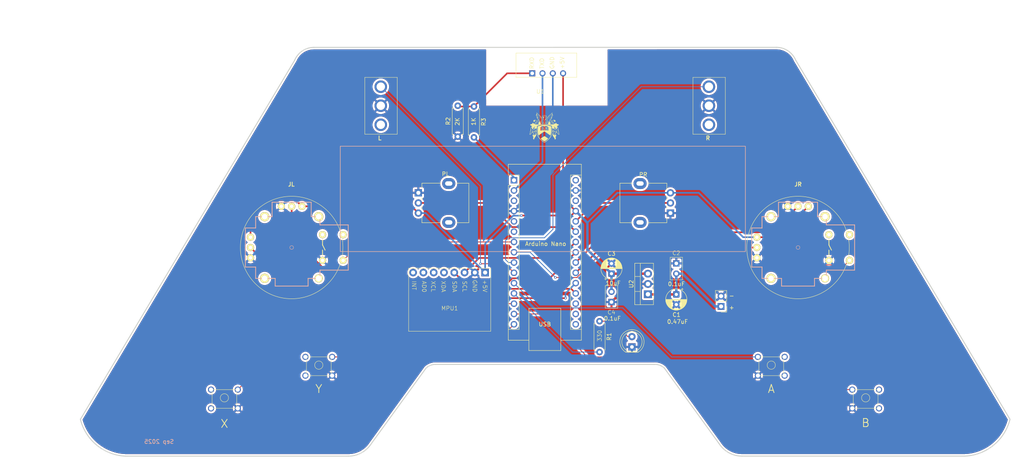
<source format=kicad_pcb>
(kicad_pcb (version 20241229) (generator "pcbnew") (generator_version "9.0")
  (layers (0 "F.Cu" signal "Front") (2 "B.Cu" signal "Back") (13 "F.Paste" user) (15 "B.Paste" user) (5 "F.SilkS" user "F.Silkscreen") (7 "B.SilkS" user "B.Silkscreen") (1 "F.Mask" user) (3 "B.Mask" user) (25 "Edge.Cuts" user))
  (net 0 "")
  (net 1 "Net-(A1-A7)")
  (net 2 "Net-(A1-A4)")
  (net 3 "Net-(A1-D1{slash}TX)")
  (net 4 "Net-(A1-A6)")
  (net 5 "Net-(A1-D8)")
  (net 6 "Net-(A1-A3)")
  (net 7 "Net-(A1-D9)")
  (net 9 "Net-(A1-D7)")
  (net 10 "Net-(A1-D5)")
  (net 14 "+5V")
  (net 16 "Net-(A1-D12)")
  (net 17 "Net-(A1-D4)")
  (net 18 "Net-(A1-D6)")
  (net 19 "Net-(A1-A0)")
  (net 20 "Net-(A1-A1)")
  (net 21 "Net-(A1-D10)")
  (net 24 "Net-(A1-A2)")
  (net 25 "Net-(A1-D11)")
  (net 26 "Net-(A1-D0{slash}RX)")
  (net 28 "Net-(A1-A5)")
  (net 31 "GND")
  (net 34 "Net-(U1-RXD)")
  (net 49 "VCC")
  (net 50 "Net-(D1-A)")
  (footprint "Potentiometer_THT:Potentiometer_Alpha_RD901F-40-00D_Single_Vertical" (layer "F.Cu") (at 165.275 106.5)
    (property "Reference" "PL" (at 6.71 -4.64 180) (layer "F.SilkS"))
    (property "Value" "R_Potentiometer")
    (pad "" thru_hole oval (at 7.5 -2.3 90) (size 2.72 3.24) (drill oval 1.1 1.8) (layers "*.Cu" "*.Mask"))
    (pad "" thru_hole oval (at 7.5 7.3 90) (size 2.72 3.24) (drill oval 1.1 1.8) (layers "*.Cu" "*.Mask"))
    (pad "1" thru_hole rect (at 0 0 90) (size 1.8 1.8) (drill 1) (layers "*.Cu" "*.Mask") (net 31 "GND"))
    (pad "2" thru_hole circle (at 0 2.5 90) (size 1.8 1.8) (drill 1) (layers "*.Cu" "*.Mask") (net 4 "Net-(A1-A6)"))
    (pad "3" thru_hole circle (at 0 5 90) (size 1.8 1.8) (drill 1) (layers "*.Cu" "*.Mask") (net 14 "+5V"))
  )
  (footprint "Resistor_THT:R_Axial_DIN0207_L6.3mm_D2.5mm_P7.62mm_Horizontal" (layer "F.Cu") (at 175 92.62 90)
    (property "Reference" "R2" (at 3.81 -2.37 90) (layer "F.SilkS"))
    (property "Value" "2K")
    (pad "1" thru_hole circle (at 0 0 90) (size 1.6 1.6) (drill 0.8) (layers "*.Cu" "*.Mask") (net 31 "GND"))
    (pad "2" thru_hole circle (at 7.62 0 90) (size 1.6 1.6) (drill 0.8) (layers "*.Cu" "*.Mask") (net 34 "Net-(U1-RXD)"))
  )
  (footprint "Resistor_THT:R_Axial_DIN0207_L6.3mm_D2.5mm_P7.62mm_Horizontal" (layer "F.Cu") (at 179 85.19 -90)
    (property "Reference" "R3" (at 3.81 -2.37 90) (layer "F.SilkS"))
    (property "Value" "1K")
    (pad "1" thru_hole circle (at 0 0 270) (size 1.6 1.6) (drill 0.8) (layers "*.Cu" "*.Mask") (net 34 "Net-(U1-RXD)"))
    (pad "2" thru_hole circle (at 7.62 0 270) (size 1.6 1.6) (drill 0.8) (layers "*.Cu" "*.Mask") (net 3 "Net-(A1-D1{slash}TX)"))
  )
  (footprint "Connector_PinHeader_2.54mm:PinHeader_1x02_P2.54mm_Vertical" (layer "F.Cu") (at 240 134.54 180)
    (property "Reference" "J1" (hide yes))
    (property "Value" "Conn_01x02_Pin")
    (pad "1" thru_hole rect (at 0 0 180) (size 1.7 1.7) (drill 1) (layers "*.Cu" "*.Mask") (net 49 "VCC"))
    (pad "2" thru_hole circle (at 0 2.54 180) (size 1.7 1.7) (drill 1) (layers "*.Cu" "*.Mask") (net 31 "GND"))
  )
  (footprint "footprints:MPU6050" (layer "F.Cu") (at 172.869075 144.679 180)
    (property "Reference" "MPU1" (at -0.130925 9.679 0) (layer "F.SilkS") (effects (font (thickness 0.1))))
    (property "Value" "~")
    (fp_text user "XCL" (at 4.5 16.5 270) (layer "F.SilkS") (effects (font (thickness 0.1)) (justify left bottom)))
    (fp_text user "XDA" (at 2 16.5 270) (layer "F.SilkS") (effects (font (thickness 0.1)) (justify left bottom)))
    (fp_text user "GND" (at -5.75 16.75 270) (layer "F.SilkS") (effects (font (thickness 0.1)) (justify left bottom)))
    (fp_text user "SCL" (at -3.25 16.5 270) (layer "F.SilkS") (effects (font (thickness 0.1)) (justify left bottom)))
    (fp_text user "+5V" (at -8.25 16.75 270) (layer "F.SilkS") (effects (font (thickness 0.1)) (justify left bottom)))
    (fp_text user "AD0" (at 6.75 16.5 270) (layer "F.SilkS") (effects (font (thickness 0.1)) (justify left bottom)))
    (fp_text user "INT" (at 9.25 16.5 270) (layer "F.SilkS") (effects (font (thickness 0.1)) (justify left bottom)))
    (fp_text user "SDA" (at -0.75 16.5 270) (layer "F.SilkS") (effects (font (thickness 0.1)) (justify left bottom)))
    (pad "1" thru_hole rect (at -8.89 18.5 180) (size 1.88 1.88) (drill 1.016) (layers "*.Cu" "*.Mask") (net 14 "+5V"))
    (pad "2" thru_hole circle (at -6.35 18.5 180) (size 1.88 1.88) (drill 1.016) (layers "*.Cu" "*.Mask") (net 31 "GND"))
    (pad "3" thru_hole circle (at -3.81 18.5 180) (size 1.88 1.88) (drill 1.016) (layers "*.Cu" "*.Mask") (net 28 "Net-(A1-A5)"))
    (pad "4" thru_hole circle (at -1.27 18.5 180) (size 1.88 1.88) (drill 1.016) (layers "*.Cu" "*.Mask") (net 2 "Net-(A1-A4)"))
    (pad "5" thru_hole circle (at 1.27 18.5 180) (size 1.88 1.88) (drill 1.016) (layers "*.Cu" "*.Mask"))
    (pad "6" thru_hole circle (at 3.81 18.5 180) (size 1.88 1.88) (drill 1.016) (layers "*.Cu" "*.Mask"))
    (pad "7" thru_hole circle (at 6.35 18.5 180) (size 1.88 1.88) (drill 1.016) (layers "*.Cu" "*.Mask"))
    (pad "8" thru_hole circle (at 8.89 18.5 180) (size 1.88 1.88) (drill 1.016) (layers "*.Cu" "*.Mask"))
  )
  (footprint "Capacitor_THT:CP_Radial_D5.0mm_P2.50mm" (layer "F.Cu") (at 212.95 126.46 90)
    (property "Reference" "C3" (at 4.96 0 180) (layer "F.SilkS"))
    (property "Value" "10uF")
    (pad "1" thru_hole roundrect (at 0 0 90) (size 1.6 1.6) (drill 0.8) (layers "*.Cu" "*.Mask") (roundrect_rratio 0.15625) (net 14 "+5V"))
    (pad "2" thru_hole circle (at 2.5 0 90) (size 1.6 1.6) (drill 0.8) (layers "*.Cu" "*.Mask") (net 31 "GND"))
  )
  (footprint "Resistor_THT:R_Axial_DIN0207_L6.3mm_D2.5mm_P7.62mm_Horizontal" (layer "F.Cu") (at 210 138.19 -90)
    (property "Reference" "R1" (at 3.81 -2.37 90) (layer "F.SilkS"))
    (property "Value" "330")
    (pad "1" thru_hole circle (at 0 0 270) (size 1.6 1.6) (drill 0.8) (layers "*.Cu" "*.Mask") (net 50 "Net-(D1-A)"))
    (pad "2" thru_hole circle (at 7.62 0 270) (size 1.6 1.6) (drill 0.8) (layers "*.Cu" "*.Mask") (net 7 "Net-(A1-D9)"))
  )
  (footprint "drone_pcb_footprints:HC-05" (layer "F.Cu") (at 195.38 82)
    (property "Reference" "U1" (at 0 -0.5 0) (layer "F.SilkS") (effects (font (thickness 0.1))))
    (property "Value" "HC-05")
    (fp_text user "RXD" (at -1.5 -6 90) (layer "F.SilkS") (effects (font (thickness 0.1)) (justify left bottom)))
    (fp_text user "TXD" (at 1 -6 90) (layer "F.SilkS") (effects (font (thickness 0.1)) (justify left bottom)))
    (fp_text user "+5V" (at 6 -6 90) (layer "F.SilkS") (effects (font (thickness 0.1)) (justify left bottom)))
    (fp_text user "GND" (at 3.5 -6 90) (layer "F.SilkS") (effects (font (thickness 0.1)) (justify left bottom)))
    (pad "1" thru_hole rect (at -2 -5) (size 1.5 1.5) (drill 0.9) (layers "*.Cu" "*.Mask") (net 34 "Net-(U1-RXD)"))
    (pad "2" thru_hole circle (at 0.54 -5) (size 1.5 1.5) (drill 0.9) (layers "*.Cu" "*.Mask") (net 26 "Net-(A1-D0{slash}RX)"))
    (pad "3" thru_hole circle (at 3.08 -5) (size 1.5 1.5) (drill 0.9) (layers "*.Cu" "*.Mask") (net 31 "GND"))
    (pad "4" thru_hole circle (at 5.62 -5) (size 1.5 1.5) (drill 0.9) (layers "*.Cu" "*.Mask") (net 14 "+5V"))
  )
  (footprint "footprints:BTN" (layer "F.Cu") (at 275.691 150)
    (property "Reference" "B" (at 0 13.3 0) (layer "F.SilkS") (effects (font (size 2 2) (thickness 0.2) (bold yes))))
    (property "Value" "SW_Push_Dual" (hide yes))
    (pad "1" thru_hole circle (at -3.302 5.08) (size 1.524 1.524) (drill 1) (layers "*.Cu" "*.Mask") (net 25 "Net-(A1-D11)"))
    (pad "2" thru_hole circle (at 3.302 5.08) (size 1.524 1.524) (drill 1) (layers "*.Cu" "*.Mask"))
    (pad "3" thru_hole circle (at -3.3 9.7) (size 1.524 1.524) (drill 1) (layers "*.Cu" "*.Mask") (net 31 "GND"))
    (pad "4" thru_hole circle (at 3.3 9.7) (size 1.524 1.524) (drill 1) (layers "*.Cu" "*.Mask"))
  )
  (footprint "Module:Arduino_Nano" (layer "F.Cu") (at 188.88 103.385808)
    (property "Reference" "Arduino Nano" (at 7.82 15.714192 0) (layer "F.SilkS"))
    (property "Value" "Arduino_Nano_v3.x")
    (fp_text user "USB" (at 7.62 35.56 0) (layer "F.SilkS"))
    (pad "1" thru_hole rect (at 0 0) (size 1.6 1.6) (drill 1) (layers "*.Cu" "*.Mask") (net 3 "Net-(A1-D1{slash}TX)"))
    (pad "2" thru_hole oval (at 0 2.54) (size 1.6 1.6) (drill 1) (layers "*.Cu" "*.Mask") (net 26 "Net-(A1-D0{slash}RX)"))
    (pad "3" thru_hole oval (at 0 5.08) (size 1.6 1.6) (drill 1) (layers "*.Cu" "*.Mask"))
    (pad "4" thru_hole oval (at 0 7.62) (size 1.6 1.6) (drill 1) (layers "*.Cu" "*.Mask") (net 31 "GND"))
    (pad "5" thru_hole oval (at 0 10.16) (size 1.6 1.6) (drill 1) (layers "*.Cu" "*.Mask"))
    (pad "6" thru_hole oval (at 0 12.7) (size 1.6 1.6) (drill 1) (layers "*.Cu" "*.Mask"))
    (pad "7" thru_hole oval (at 0 15.24) (size 1.6 1.6) (drill 1) (layers "*.Cu" "*.Mask") (net 17 "Net-(A1-D4)"))
    (pad "8" thru_hole oval (at 0 17.78) (size 1.6 1.6) (drill 1) (layers "*.Cu" "*.Mask") (net 10 "Net-(A1-D5)"))
    (pad "9" thru_hole oval (at 0 20.32) (size 1.6 1.6) (drill 1) (layers "*.Cu" "*.Mask") (net 18 "Net-(A1-D6)"))
    (pad "10" thru_hole oval (at 0 22.86) (size 1.6 1.6) (drill 1) (layers "*.Cu" "*.Mask") (net 9 "Net-(A1-D7)"))
    (pad "11" thru_hole oval (at 0 25.4) (size 1.6 1.6) (drill 1) (layers "*.Cu" "*.Mask") (net 5 "Net-(A1-D8)"))
    (pad "12" thru_hole oval (at 0 27.94) (size 1.6 1.6) (drill 1) (layers "*.Cu" "*.Mask") (net 7 "Net-(A1-D9)"))
    (pad "13" thru_hole oval (at 0 30.48) (size 1.6 1.6) (drill 1) (layers "*.Cu" "*.Mask") (net 21 "Net-(A1-D10)"))
    (pad "14" thru_hole oval (at 0 33.02) (size 1.6 1.6) (drill 1) (layers "*.Cu" "*.Mask") (net 25 "Net-(A1-D11)"))
    (pad "15" thru_hole oval (at 0 35.56) (size 1.6 1.6) (drill 1) (layers "*.Cu" "*.Mask") (net 16 "Net-(A1-D12)"))
    (pad "16" thru_hole oval (at 15.24 35.56) (size 1.6 1.6) (drill 1) (layers "*.Cu" "*.Mask"))
    (pad "17" thru_hole oval (at 15.24 33.02) (size 1.6 1.6) (drill 1) (layers "*.Cu" "*.Mask"))
    (pad "18" thru_hole oval (at 15.24 30.48) (size 1.6 1.6) (drill 1) (layers "*.Cu" "*.Mask"))
    (pad "19" thru_hole oval (at 15.24 27.94) (size 1.6 1.6) (drill 1) (layers "*.Cu" "*.Mask") (net 19 "Net-(A1-A0)"))
    (pad "20" thru_hole oval (at 15.24 25.4) (size 1.6 1.6) (drill 1) (layers "*.Cu" "*.Mask") (net 20 "Net-(A1-A1)"))
    (pad "21" thru_hole oval (at 15.24 22.86) (size 1.6 1.6) (drill 1) (layers "*.Cu" "*.Mask") (net 24 "Net-(A1-A2)"))
    (pad "22" thru_hole oval (at 15.24 20.32) (size 1.6 1.6) (drill 1) (layers "*.Cu" "*.Mask") (net 6 "Net-(A1-A3)"))
    (pad "23" thru_hole oval (at 15.24 17.78) (size 1.6 1.6) (drill 1) (layers "*.Cu" "*.Mask") (net 2 "Net-(A1-A4)"))
    (pad "24" thru_hole oval (at 15.24 15.24) (size 1.6 1.6) (drill 1) (layers "*.Cu" "*.Mask") (net 28 "Net-(A1-A5)"))
    (pad "25" thru_hole oval (at 15.24 12.7) (size 1.6 1.6) (drill 1) (layers "*.Cu" "*.Mask") (net 4 "Net-(A1-A6)"))
    (pad "26" thru_hole oval (at 15.24 10.16) (size 1.6 1.6) (drill 1) (layers "*.Cu" "*.Mask") (net 1 "Net-(A1-A7)"))
    (pad "27" thru_hole oval (at 15.24 7.62) (size 1.6 1.6) (drill 1) (layers "*.Cu" "*.Mask") (net 14 "+5V"))
    (pad "28" thru_hole oval (at 15.24 5.08) (size 1.6 1.6) (drill 1) (layers "*.Cu" "*.Mask"))
    (pad "29" thru_hole oval (at 15.24 2.54) (size 1.6 1.6) (drill 1) (layers "*.Cu" "*.Mask") (net 31 "GND"))
    (pad "30" thru_hole oval (at 15.24 0) (size 1.6 1.6) (drill 1) (layers "*.Cu" "*.Mask"))
  )
  (footprint "footprints:JOYSTICK" (layer "F.Cu") (at 259 120 -90)
    (property "Reference" "Joystick2" (hide yes))
    (property "Value" "~" (hide yes))
    (pad "1" thru_hole circle (at -2.54 10.16 270) (size 1.778 1.778) (drill 0.889) (layers "*.Cu" "F.Mask" "F.SilkS" "F.Paste") (net 14 "+5V"))
    (pad "2" thru_hole circle (at 0 10.16 270) (size 1.778 1.778) (drill 0.889) (layers "*.Cu" "F.Mask" "F.SilkS" "F.Paste") (net 24 "Net-(A1-A2)"))
    (pad "3" thru_hole circle (at 2.54 10.16 270) (size 1.778 1.778) (drill 0.889) (layers "*.Cu" "F.Mask" "F.SilkS" "F.Paste") (net 31 "GND"))
    (pad "4" thru_hole circle (at -10.16 -2.54 270) (size 1.778 1.778) (drill 0.889) (layers "*.Cu" "F.Mask" "F.SilkS" "F.Paste") (net 14 "+5V"))
    (pad "5" thru_hole circle (at -10.16 0 270) (size 1.778 1.778) (drill 0.889) (layers "*.Cu" "F.Mask" "F.SilkS" "F.Paste") (net 6 "Net-(A1-A3)"))
    (pad "6" thru_hole circle (at -10.16 2.54 270) (size 1.778 1.778) (drill 0.889) (layers "*.Cu" "F.Mask" "F.SilkS" "F.Paste") (net 31 "GND"))
    (pad "7" thru_hole circle (at -3.175 -7.62 270) (size 1.778 1.778) (drill 0.89916) (layers "*.Cu" "F.Mask" "F.SilkS" "F.Paste"))
    (pad "8" thru_hole circle (at 3.175 -7.62 270) (size 1.778 1.778) (drill 0.89916) (layers "*.Cu" "F.Mask" "F.SilkS" "F.Paste") (net 31 "GND"))
    (pad "9" thru_hole circle (at 3.175 -12.7 270) (size 1.778 1.778) (drill 0.89916) (layers "*.Cu" "F.Mask" "F.SilkS" "F.Paste") (net 10 "Net-(A1-D5)"))
    (pad "10" thru_hole circle (at -3.175 -12.7 270) (size 1.778 1.778) (drill 0.89916) (layers "*.Cu" "F.Mask" "F.SilkS" "F.Paste"))
    (pad "MOUN" thru_hole circle (at -7.62 -6.6675 270) (size 2.286 2.286) (drill 1.397) (layers "*.Cu" "F.Mask" "F.SilkS" "F.Paste"))
    (pad "MOUN" thru_hole circle (at -7.62 6.6675 270) (size 2.286 2.286) (drill 1.397) (layers "*.Cu" "F.Mask" "F.SilkS" "F.Paste"))
    (pad "MOUN" thru_hole circle (at 7.62 -6.6675 270) (size 2 2) (drill 1.397) (layers "*.Cu" "F.Mask" "F.SilkS" "F.Paste"))
    (pad "MOUN" thru_hole circle (at 7.62 6.6675 270) (size 2.286 2.286) (drill 1.397) (layers "*.Cu" "F.Mask" "F.SilkS" "F.Paste"))
  )
  (footprint "footprints:JOYSTICK" (layer "F.Cu") (at 134 120 -90)
    (property "Reference" "Joystick1" (hide yes))
    (property "Value" "~" (hide yes))
    (pad "1" thru_hole circle (at -2.54 10.16 270) (size 1.778 1.778) (drill 0.889) (layers "*.Cu" "F.Mask" "F.SilkS" "F.Paste") (net 14 "+5V"))
    (pad "2" thru_hole circle (at 0 10.16 270) (size 1.778 1.778) (drill 0.889) (layers "*.Cu" "F.Mask" "F.SilkS" "F.Paste") (net 20 "Net-(A1-A1)"))
    (pad "3" thru_hole circle (at 2.54 10.16 270) (size 1.778 1.778) (drill 0.889) (layers "*.Cu" "F.Mask" "F.SilkS" "F.Paste") (net 31 "GND"))
    (pad "4" thru_hole circle (at -10.16 -2.54 270) (size 1.778 1.778) (drill 0.889) (layers "*.Cu" "F.Mask" "F.SilkS" "F.Paste") (net 14 "+5V"))
    (pad "5" thru_hole circle (at -10.16 0 270) (size 1.778 1.778) (drill 0.889) (layers "*.Cu" "F.Mask" "F.SilkS" "F.Paste") (net 19 "Net-(A1-A0)"))
    (pad "6" thru_hole circle (at -10.16 2.54 270) (size 1.778 1.778) (drill 0.889) (layers "*.Cu" "F.Mask" "F.SilkS" "F.Paste") (net 31 "GND"))
    (pad "7" thru_hole circle (at -3.175 -7.62 270) (size 1.778 1.778) (drill 0.89916) (layers "*.Cu" "F.Mask" "F.SilkS" "F.Paste"))
    (pad "8" thru_hole circle (at 3.175 -7.62 270) (size 1.778 1.778) (drill 0.89916) (layers "*.Cu" "F.Mask" "F.SilkS" "F.Paste") (net 31 "GND"))
    (pad "9" thru_hole circle (at 3.175 -12.7 270) (size 1.778 1.778) (drill 0.89916) (layers "*.Cu" "F.Mask" "F.SilkS" "F.Paste") (net 17 "Net-(A1-D4)"))
    (pad "10" thru_hole circle (at -3.175 -12.7 270) (size 1.778 1.778) (drill 0.89916) (layers "*.Cu" "F.Mask" "F.SilkS" "F.Paste"))
    (pad "MOUN" thru_hole circle (at -7.62 -6.6675 270) (size 2.286 2.286) (drill 1.397) (layers "*.Cu" "F.Mask" "F.SilkS" "F.Paste"))
    (pad "MOUN" thru_hole circle (at -7.62 6.6675 270) (size 2.286 2.286) (drill 1.397) (layers "*.Cu" "F.Mask" "F.SilkS" "F.Paste"))
    (pad "MOUN" thru_hole circle (at 7.62 -6.6675 270) (size 2 2) (drill 1.397) (layers "*.Cu" "F.Mask" "F.SilkS" "F.Paste"))
    (pad "MOUN" thru_hole circle (at 7.62 6.6675 270) (size 2.286 2.286) (drill 1.397) (layers "*.Cu" "F.Mask" "F.SilkS" "F.Paste"))
  )
  (footprint "LOGO" (layer "F.Cu") (at 196.4 90.4)
    (property "Reference" "G***" (hide yes))
    (property "Value" "LOGO" (hide yes))
  )
  (footprint "footprints:BTN" (layer "F.Cu") (at 117.398 150)
    (property "Reference" "X" (at 0 13.5 0) (layer "F.SilkS") (effects (font (size 2 2) (thickness 0.2) (bold yes))))
    (property "Value" "SW_Push_Dual" (hide yes))
    (pad "1" thru_hole circle (at -3.302 5.08) (size 1.524 1.524) (drill 1) (layers "*.Cu" "*.Mask"))
    (pad "2" thru_hole circle (at 3.302 5.08) (size 1.524 1.524) (drill 1) (layers "*.Cu" "*.Mask") (net 21 "Net-(A1-D10)"))
    (pad "3" thru_hole circle (at -3.3 9.7) (size 1.524 1.524) (drill 1) (layers "*.Cu" "*.Mask"))
    (pad "4" thru_hole circle (at 3.3 9.7) (size 1.524 1.524) (drill 1) (layers "*.Cu" "*.Mask") (net 31 "GND"))
  )
  (footprint "LED_THT:LED_D5.0mm" (layer "F.Cu") (at 218 144.54 90)
    (property "Reference" "D1" (hide yes))
    (property "Value" "LED")
    (pad "1" thru_hole rect (at 0 0 90) (size 1.8 1.8) (drill 0.9) (layers "*.Cu" "*.Mask") (net 31 "GND"))
    (pad "2" thru_hole circle (at 2.54 0 90) (size 1.8 1.8) (drill 0.9) (layers "*.Cu" "*.Mask") (net 50 "Net-(D1-A)"))
  )
  (footprint "footprints:BTN" (layer "F.Cu") (at 140.698 141.92)
    (property "Reference" "Y" (at 0 12.98 0) (layer "F.SilkS") (effects (font (size 2 2) (thickness 0.2) (bold yes))))
    (property "Value" "SW_Push_Dual" (hide yes))
    (pad "1" thru_hole circle (at -3.302 5.08) (size 1.524 1.524) (drill 1) (layers "*.Cu" "*.Mask"))
    (pad "2" thru_hole circle (at 3.302 5.08) (size 1.524 1.524) (drill 1) (layers "*.Cu" "*.Mask") (net 16 "Net-(A1-D12)"))
    (pad "3" thru_hole circle (at -3.3 9.7) (size 1.524 1.524) (drill 1) (layers "*.Cu" "*.Mask"))
    (pad "4" thru_hole circle (at 3.3 9.7) (size 1.524 1.524) (drill 1) (layers "*.Cu" "*.Mask") (net 31 "GND"))
  )
  (footprint "Potentiometer_THT:Potentiometer_Alpha_RD901F-40-00D_Single_Vertical" (layer "F.Cu") (at 227.5 111.5 180)
    (property "Reference" "PR" (at 6.71 9.5 0) (layer "F.SilkS"))
    (property "Value" "R_Potentiometer")
    (pad "" thru_hole oval (at 7.5 -2.3 270) (size 2.72 3.24) (drill oval 1.1 1.8) (layers "*.Cu" "*.Mask"))
    (pad "" thru_hole oval (at 7.5 7.3 270) (size 2.72 3.24) (drill oval 1.1 1.8) (layers "*.Cu" "*.Mask"))
    (pad "1" thru_hole rect (at 0 0 270) (size 1.8 1.8) (drill 1) (layers "*.Cu" "*.Mask") (net 31 "GND"))
    (pad "2" thru_hole circle (at 0 2.5 270) (size 1.8 1.8) (drill 1) (layers "*.Cu" "*.Mask") (net 1 "Net-(A1-A7)"))
    (pad "3" thru_hole circle (at 0 5 270) (size 1.8 1.8) (drill 1) (layers "*.Cu" "*.Mask") (net 14 "+5V"))
  )
  (footprint "footprints:C" (layer "F.Cu") (at 212.95 123.3)
    (property "Reference" "C4" (at 0 12.7 0) (layer "F.SilkS") (effects (font (thickness 0.1))))
    (property "Value" "0.1uF")
    (pad "1" thru_hole circle (at 0 7.62) (size 1.57 1.57) (drill 0.9) (layers "*.Cu" "*.Mask") (net 14 "+5V"))
    (pad "2" thru_hole rect (at 0 10.16) (size 1.57 1.57) (drill 0.9) (layers "*.Cu" "*.Mask") (net 31 "GND"))
  )
  (footprint "footprints:TOGGLE_SWITCH" (layer "F.Cu") (at 156 73.699)
    (property "Reference" "L" (at -0.254 19.304 0) (layer "F.SilkS") (effects (font (thickness 0.2) (bold yes))))
    (property "Value" "SW_SPDT" (hide yes))
    (pad "1" thru_hole circle (at 0 16) (size 3.1 3.1) (drill 2.1) (layers "*.Cu" "*.Mask"))
    (pad "2" thru_hole circle (at 0 11.301) (size 3.1 3.1) (drill 2.1) (layers "*.Cu" "*.Mask") (net 31 "GND"))
    (pad "3" thru_hole circle (at 0 6.604) (size 3.1 3.1) (drill 2.1) (layers "*.Cu" "*.Mask") (net 9 "Net-(A1-D7)"))
  )
  (footprint "Capacitor_THT:CP_Radial_D5.0mm_P2.50mm" (layer "F.Cu") (at 228.95 131.58 -90)
    (property "Reference" "C1" (at 5.02 -0.05 180) (layer "F.SilkS"))
    (property "Value" "0.47uF")
    (pad "1" thru_hole roundrect (at 0 0 270) (size 1.6 1.6) (drill 0.8) (layers "*.Cu" "*.Mask") (roundrect_rratio 0.15625) (net 49 "VCC"))
    (pad "2" thru_hole circle (at 2.5 0 270) (size 1.6 1.6) (drill 0.8) (layers "*.Cu" "*.Mask") (net 31 "GND"))
  )
  (footprint "Package_TO_SOT_THT:TO-220-3_Vertical" (layer "F.Cu") (at 221.95 131.54 90)
    (property "Reference" "U2" (at 2.54 -4.1 90) (layer "F.SilkS"))
    (property "Value" "L7805")
    (pad "1" thru_hole rect (at 0 0 90) (size 1.905 2) (drill 1.1) (layers "*.Cu" "*.Mask") (net 49 "VCC"))
    (pad "2" thru_hole oval (at 2.54 0 90) (size 1.905 2) (drill 1.1) (layers "*.Cu" "*.Mask") (net 31 "GND"))
    (pad "3" thru_hole oval (at 5.08 0 90) (size 1.905 2) (drill 1.1) (layers "*.Cu" "*.Mask") (net 14 "+5V"))
  )
  (footprint "footprints:C" (layer "F.Cu") (at 228.95 134.08 180)
    (property "Reference" "C2" (at 0 12.7 0) (layer "F.SilkS") (effects (font (thickness 0.1))))
    (property "Value" "0.1uF")
    (pad "1" thru_hole circle (at 0 7.62 180) (size 1.57 1.57) (drill 0.9) (layers "*.Cu" "*.Mask") (net 49 "VCC"))
    (pad "2" thru_hole rect (at 0 10.16 180) (size 1.57 1.57) (drill 0.9) (layers "*.Cu" "*.Mask") (net 31 "GND"))
  )
  (footprint "footprints:TOGGLE_SWITCH" (layer "F.Cu") (at 237 73.699)
    (property "Reference" "R" (at -0.254 19.304 0) (layer "F.SilkS") (effects (font (thickness 0.2) (bold yes))))
    (property "Value" "SW_SPDT" (hide yes))
    (pad "1" thru_hole circle (at 0 16) (size 3.1 3.1) (drill 2.1) (layers "*.Cu" "*.Mask"))
    (pad "2" thru_hole circle (at 0 11.301) (size 3.1 3.1) (drill 2.1) (layers "*.Cu" "*.Mask") (net 31 "GND"))
    (pad "3" thru_hole circle (at 0 6.604) (size 3.1 3.1) (drill 2.1) (layers "*.Cu" "*.Mask") (net 18 "Net-(A1-D6)"))
  )
  (footprint "footprints:BTN" (layer "F.Cu") (at 252.391 141.92)
    (property "Reference" "A" (at 0.009 12.98 0) (layer "F.SilkS") (effects (font (size 2 2) (thickness 0.2) (bold yes))))
    (property "Value" "SW_Push_Dual" (hide yes))
    (pad "1" thru_hole circle (at -3.302 5.08) (size 1.524 1.524) (drill 1) (layers "*.Cu" "*.Mask") (net 5 "Net-(A1-D8)"))
    (pad "2" thru_hole circle (at 3.302 5.08) (size 1.524 1.524) (drill 1) (layers "*.Cu" "*.Mask"))
    (pad "3" thru_hole circle (at -3.3 9.7) (size 1.524 1.524) (drill 1) (layers "*.Cu" "*.Mask") (net 31 "GND"))
    (pad "4" thru_hole circle (at 3.3 9.7) (size 1.524 1.524) (drill 1) (layers "*.Cu" "*.Mask"))
  )
  (gr_rect (start 146 95) (end 246 121) (stroke (width 0.1524)) (fill no) (layer "B.SilkS"))
  (gr_line (start 258.421361 73.741934) (end 311.323172 162.404887) (stroke (width 0.254)) (layer "Edge.Cuts"))
  (gr_arc (start 223.5 148.851616) (mid 224.838333 149.051233) (end 225.99165 149.758937) (stroke (width 0.254)) (layer "Edge.Cuts"))
  (gr_line (start 300.171361 171.491934) (end 245.171361 171.491934) (stroke (width 0.254)) (layer "Edge.Cuts"))
  (gr_line (start 225.99165 149.758937) (end 239.487642 168.383066) (stroke (width 0.254)) (layer "Edge.Cuts"))
  (gr_arc (start 134.75 73.75) (mid 136.649146 71.456385) (end 139.5 70.596118) (stroke (width 0.254)) (layer "Edge.Cuts"))
  (gr_arc (start 93 171.5) (mid 85.913154 168.810734) (end 81.848189 162.412953) (stroke (width 0.254)) (layer "Edge.Cuts"))
  (gr_arc (start 153.683719 168.391132) (mid 151.239202 170.671999) (end 148 171.5) (stroke (width 0.254)) (layer "Edge.Cuts"))
  (gr_line (start 139.5 70.596118) (end 253.671361 70.588052) (stroke (width 0.254)) (layer "Edge.Cuts"))
  (gr_arc (start 253.671361 70.588052) (mid 256.522219 71.448312) (end 258.421361 73.741934) (stroke (width 0.254)) (layer "Edge.Cuts"))
  (gr_line (start 169.5 148.851616) (end 223.5 148.851616) (stroke (width 0.254)) (layer "Edge.Cuts"))
  (gr_line (start 93 171.5) (end 148 171.5) (stroke (width 0.254)) (layer "Edge.Cuts"))
  (gr_arc (start 167.179711 149.767003) (mid 168.252836 149.088735) (end 169.5 148.851616) (stroke (width 0.254)) (layer "Edge.Cuts"))
  (gr_arc (start 245.171361 171.491934) (mid 241.932162 170.663928) (end 239.487642 168.383066) (stroke (width 0.254)) (layer "Edge.Cuts"))
  (gr_arc (start 311.323172 162.404887) (mid 307.258207 168.802667) (end 300.171361 171.491934) (stroke (width 0.254)) (layer "Edge.Cuts"))
  (gr_line (start 153.683719 168.391132) (end 167.179711 149.767003) (stroke (width 0.254)) (layer "Edge.Cuts"))
  (gr_line (start 81.848189 162.412953) (end 134.75 73.75) (stroke (width 0.254)) (layer "Edge.Cuts"))
  (gr_text "2K" (at 175.5 90 90) (layer "F.SilkS") (effects (font (size 1 1) (thickness 0.1524) (bold yes)) (justify left bottom)))
  (gr_text "1K" (at 179.5 90 90) (layer "F.SilkS") (effects (font (size 1 1) (thickness 0.1524) (bold yes)) (justify left bottom)))
  (gr_text "0.1uF" (at 211 138.1 0) (layer "F.SilkS") (effects (font (size 1 1) (thickness 0.1524) (bold yes)) (justify left bottom)))
  (gr_text "0.47uF\n" (at 226.6 138.9 0) (layer "F.SilkS") (effects (font (size 1 1) (thickness 0.1524) (bold yes)) (justify left bottom)))
  (gr_text "10uF" (at 211.426 129.396 0) (layer "F.SilkS") (effects (font (size 1 1) (thickness 0.1524) (bold yes)) (justify left bottom)))
  (gr_text "JR" (at 258 105 0) (layer "F.SilkS") (effects (font (size 1 1) (thickness 0.2) (bold yes)) (justify left bottom)))
  (gr_text "0.1uF" (at 226.8 129.6 0) (layer "F.SilkS") (effects (font (size 1 1) (thickness 0.1524) (bold yes)) (justify left bottom)))
  (gr_text "-" (at 241.9 132.5 0) (layer "F.SilkS") (effects (font (size 1 1) (thickness 0.1524) (bold yes)) (justify left bottom)))
  (gr_text "+" (at 241.9 135.4 0) (layer "F.SilkS") (effects (font (size 1 1) (thickness 0.1524) (bold yes)) (justify left bottom)))
  (gr_text "JL" (at 133 105 0) (layer "F.SilkS") (effects (font (size 1 1) (thickness 0.2) (bold yes)) (justify left bottom)))
  (gr_text "330" (at 210.6 143.3 90) (layer "F.SilkS") (effects (font (size 1 1) (thickness 0.1016)) (justify left bottom)))
  (gr_text "Sep 2025" (at 105 168.5 0) (layer "B.SilkS") (effects (font (size 1 1) (thickness 0.1524) (bold yes)) (justify left bottom mirror)))
  (segment (start 227.5 109) (end 208.665808 109) (width 0.4) (layer "F.Cu") (net 1))
  (segment (start 208.665808 109) (end 204.12 113.545808) (width 0.4) (layer "F.Cu") (net 1))
  (segment (start 187.4 128.7) (end 187.4 128.670575) (width 0.4) (layer "F.Cu") (net 2))
  (segment (start 197.685808 127.6) (end 204.12 121.165808) (width 0.4) (layer "F.Cu") (net 2))
  (segment (start 174.139075 126.179) (end 176.660075 128.7) (width 0.4) (layer "F.Cu") (net 2))
  (segment (start 187.4 128.670575) (end 188.470575 127.6) (width 0.4) (layer "F.Cu") (net 2))
  (segment (start 176.660075 128.7) (end 187.4 128.7) (width 0.4) (layer "F.Cu") (net 2))
  (segment (start 188.470575 127.6) (end 197.685808 127.6) (width 0.4) (layer "F.Cu") (net 2))
  (segment (start 179 92.81) (end 188.88 102.69) (width 0.4) (layer "B.Cu") (net 3))
  (segment (start 188.88 102.69) (end 188.88 103.385808) (width 0.4) (layer "B.Cu") (net 3))
  (segment (start 165.275 109) (end 182.454959 109) (width 0.4) (layer "F.Cu") (net 4))
  (segment (start 182.454959 109) (end 188.412767 114.957808) (width 0.4) (layer "F.Cu") (net 4))
  (segment (start 188.412767 114.957808) (end 202.992 114.957808) (width 0.4) (layer "F.Cu") (net 4))
  (segment (start 202.992 114.957808) (end 204.12 116.085808) (width 0.4) (layer "F.Cu") (net 4))
  (segment (start 227.8 147) (end 215.693808 134.893808) (width 0.2) (layer "B.Cu") (net 5))
  (segment (start 215.693808 134.893808) (end 194.988 134.893808) (width 0.2) (layer "B.Cu") (net 5))
  (segment (start 194.988 134.893808) (end 188.88 128.785808) (width 0.2) (layer "B.Cu") (net 5))
  (segment (start 249.089 147) (end 227.8 147) (width 0.2) (layer "B.Cu") (net 5))
  (segment (start 252.597 116.243) (end 211.582808 116.243) (width 0.4) (layer "F.Cu") (net 6))
  (segment (start 259 109.84) (end 252.597 116.243) (width 0.4) (layer "F.Cu") (net 6))
  (segment (start 211.582808 116.243) (end 204.12 123.705808) (width 0.4) (layer "F.Cu") (net 6))
  (segment (start 203.364192 145.81) (end 188.88 131.325808) (width 0.2) (layer "B.Cu") (net 7))
  (segment (start 210 145.81) (end 203.364192 145.81) (width 0.2) (layer "B.Cu") (net 7))
  (segment (start 186.634192 124) (end 188.88 126.245808) (width 0.2) (layer "F.Cu") (net 9))
  (segment (start 180.6 124) (end 186.634192 124) (width 0.2) (layer "F.Cu") (net 9))
  (via (at 180.6 124) (size 0.6) (drill 0.3) (layers "F.Cu" "B.Cu") (net 9))
  (segment (start 156 80.303) (end 180.6 104.903) (width 0.2) (layer "B.Cu") (net 9))
  (segment (start 180.6 104.903) (end 180.6 124) (width 0.2) (layer "B.Cu") (net 9))
  (segment (start 271.7 123.175) (end 270.583 124.292) (width 0.2) (layer "F.Cu") (net 10))
  (segment (start 211.027 120.6) (end 211.027 120.79262) (width 0.2) (layer "F.Cu") (net 10))
  (segment (start 270.583 124.292) (end 234.492 124.292) (width 0.2) (layer "F.Cu") (net 10))
  (segment (start 230.8 120.6) (end 211.1 120.6) (width 0.2) (layer "F.Cu") (net 10))
  (segment (start 204.41962 127.4) (end 199.1 127.4) (width 0.2) (layer "F.Cu") (net 10))
  (segment (start 211.1 120.6) (end 211.027 120.6) (width 0.2) (layer "F.Cu") (net 10))
  (segment (start 211.027 120.79262) (end 204.41962 127.4) (width 0.2) (layer "F.Cu") (net 10))
  (segment (start 234.492 124.292) (end 230.8 120.6) (width 0.2) (layer "F.Cu") (net 10))
  (via (at 199.1 127.4) (size 0.6) (drill 0.3) (layers "F.Cu" "B.Cu") (net 10))
  (segment (start 199.1 127.4) (end 192.865808 121.165808) (width 0.2) (layer "B.Cu") (net 10))
  (segment (start 192.865808 121.165808) (end 188.88 121.165808) (width 0.2) (layer "B.Cu") (net 10))
  (segment (start 190.7 112.1) (end 203.025808 112.1) (width 0.4) (layer "F.Cu") (net 14))
  (segment (start 127 108.3) (end 123.84 111.46) (width 0.4) (layer "F.Cu") (net 14))
  (segment (start 135 108.3) (end 127 108.3) (width 0.4) (layer "F.Cu") (net 14))
  (segment (start 248.84 117.46) (end 253.92 117.46) (width 0.4) (layer "F.Cu") (net 14))
  (segment (start 163.615 109.84) (end 136.54 109.84) (width 0.4) (layer "F.Cu") (net 14))
  (segment (start 165.275 111.5) (end 163.615 109.84) (width 0.4) (layer "F.Cu") (net 14))
  (segment (start 221.95 126.46) (end 212.95 126.46) (width 0.6) (layer "F.Cu") (net 14))
  (segment (start 201 107.885808) (end 204.12 111.005808) (width 0.4) (layer "F.Cu") (net 14))
  (segment (start 201 77) (end 201 107.885808) (width 0.4) (layer "F.Cu") (net 14))
  (segment (start 253.92 117.46) (end 261.54 109.84) (width 0.4) (layer "F.Cu") (net 14))
  (segment (start 136.54 109.84) (end 135 108.3) (width 0.4) (layer "F.Cu") (net 14))
  (segment (start 203.025808 112.1) (end 204.12 111.005808) (width 0.4) (layer "F.Cu") (net 14))
  (segment (start 123.84 111.46) (end 123.84 117.46) (width 0.4) (layer "F.Cu") (net 14))
  (via (at 190.7 112.1) (size 0.6) (drill 0.3) (layers "F.Cu" "B.Cu") (net 14))
  (segment (start 207 113.885808) (end 204.12 111.005808) (width 0.6) (layer "B.Cu") (net 14))
  (segment (start 212.95 126.46) (end 212.95 130.92) (width 0.6) (layer "B.Cu") (net 14))
  (segment (start 234.5 106.5) (end 245.46 117.46) (width 0.4) (layer "B.Cu") (net 14))
  (segment (start 207 113.885808) (end 214.385808 106.5) (width 0.4) (layer "B.Cu") (net 14))
  (segment (start 188.696767 112.133808) (end 190.666192 112.133808) (width 0.4) (layer "B.Cu") (net 14))
  (segment (start 245.46 117.46) (end 248.84 117.46) (width 0.4) (layer "B.Cu") (net 14))
  (segment (start 227.5 106.5) (end 234.5 106.5) (width 0.4) (layer "B.Cu") (net 14))
  (segment (start 207 120.51) (end 207 113.885808) (width 0.6) (layer "B.Cu") (net 14))
  (segment (start 181.759075 126.179) (end 181.759075 119.0715) (width 0.4) (layer "B.Cu") (net 14))
  (segment (start 214.385808 106.5) (end 227.5 106.5) (width 0.4) (layer "B.Cu") (net 14))
  (segment (start 167.080075 111.5) (end 165.275 111.5) (width 0.4) (layer "B.Cu") (net 14))
  (segment (start 190.666192 112.133808) (end 190.7 112.1) (width 0.4) (layer "B.Cu") (net 14))
  (segment (start 212.95 126.46) (end 207 120.51) (width 0.6) (layer "B.Cu") (net 14))
  (segment (start 181.759075 119.0715) (end 188.696767 112.133808) (width 0.4) (layer "B.Cu") (net 14))
  (segment (start 181.759075 126.179) (end 167.080075 111.5) (width 0.4) (layer "B.Cu") (net 14))
  (segment (start 144 147) (end 180.825808 147) (width 0.2) (layer "F.Cu") (net 16))
  (segment (start 180.825808 147) (end 188.88 138.945808) (width 0.2) (layer "F.Cu") (net 16))
  (segment (start 151.249192 118.625808) (end 188.88 118.625808) (width 0.2) (layer "F.Cu") (net 17))
  (segment (start 146.7 123.175) (end 151.249192 118.625808) (width 0.2) (layer "F.Cu") (net 17))
  (segment (start 187.505808 123.705808) (end 188.88 123.705808) (width 0.2) (layer "B.Cu") (net 18))
  (segment (start 196.402192 117.597808) (end 187.502192 117.597808) (width 0.2) (layer "B.Cu") (net 18))
  (segment (start 198.5 102.1) (end 198.5 115.5) (width 0.2) (layer "B.Cu") (net 18))
  (segment (start 198.5 115.5) (end 196.402192 117.597808) (width 0.2) (layer "B.Cu") (net 18))
  (segment (start 187.502192 117.597808) (end 186.8 118.3) (width 0.2) (layer "B.Cu") (net 18))
  (segment (start 186.8 118.3) (end 186.8 123) (width 0.2) (layer "B.Cu") (net 18))
  (segment (start 186.8 123) (end 187.505808 123.705808) (width 0.2) (layer "B.Cu") (net 18))
  (segment (start 220.297 80.303) (end 198.5 102.1) (width 0.2) (layer "B.Cu") (net 18))
  (segment (start 237 80.303) (end 220.297 80.303) (width 0.2) (layer "B.Cu") (net 18))
  (segment (start 134 117.276098) (end 146.92171 130.197808) (width 0.4) (layer "F.Cu") (net 19))
  (segment (start 134 109.84) (end 134 117.276098) (width 0.4) (layer "F.Cu") (net 19))
  (segment (start 146.92171 130.197808) (end 202.992 130.197808) (width 0.4) (layer "F.Cu") (net 19))
  (segment (start 202.992 130.197808) (end 204.12 131.325808) (width 0.4) (layer "F.Cu") (net 19))
  (segment (start 123.84 120) (end 136.34 132.5) (width 0.4) (layer "F.Cu") (net 20))
  (segment (start 136.34 132.5) (end 201.6 132.5) (width 0.4) (layer "F.Cu") (net 20))
  (via (at 201.6 132.5) (size 0.6) (drill 0.3) (layers "F.Cu" "B.Cu") (net 20))
  (segment (start 201.6 131.305808) (end 204.12 128.785808) (width 0.4) (layer "B.Cu") (net 20))
  (segment (start 201.6 132.5) (end 201.6 131.305808) (width 0.4) (layer "B.Cu") (net 20))
  (segment (start 181.134192 133.865808) (end 188.88 133.865808) (width 0.2) (layer "F.Cu") (net 21))
  (segment (start 170 145) (end 181.134192 133.865808) (width 0.2) (layer "F.Cu") (net 21))
  (segment (start 120.7 155.08) (end 130.78 145) (width 0.2) (layer "F.Cu") (net 21))
  (segment (start 130.78 145) (end 170 145) (width 0.2) (layer "F.Cu") (net 21))
  (segment (start 210.365808 120) (end 204.12 126.245808) (width 0.4) (layer "F.Cu") (net 24))
  (segment (start 248.84 120) (end 210.365808 120) (width 0.4) (layer "F.Cu") (net 24))
  (segment (start 272.389 155.08) (end 234.08 155.08) (width 0.2) (layer "F.Cu") (net 25))
  (segment (start 196.405808 136.405808) (end 188.88 136.405808) (width 0.2) (layer "F.Cu") (net 25))
  (segment (start 226 147) (end 207 147) (width 0.2) (layer "F.Cu") (net 25))
  (segment (start 207 147) (end 196.405808 136.405808) (width 0.2) (layer "F.Cu") (net 25))
  (segment (start 234.08 155.08) (end 226 147) (width 0.2) (layer "F.Cu") (net 25))
  (segment (start 195.92 98.885808) (end 188.88 105.925808) (width 0.4) (layer "B.Cu") (net 26))
  (segment (start 195.92 77) (end 195.92 98.885808) (width 0.4) (layer "B.Cu") (net 26))
  (segment (start 200.168 122.577808) (end 204.12 118.625808) (width 0.4) (layer "F.Cu") (net 28))
  (segment (start 176.679075 126.179) (end 180.280267 122.577808) (width 0.4) (layer "F.Cu") (net 28))
  (segment (start 180.280267 122.577808) (end 200.168 122.577808) (width 0.4) (layer "F.Cu") (net 28))
  (segment (start 221.95 129) (end 217.41 129) (width 0.6) (layer "F.Cu") (net 31))
  (segment (start 217.41 129) (end 212.95 133.46) (width 0.6) (layer "F.Cu") (net 31))
  (segment (start 198.46 77) (end 198.46 101.425808) (width 0.4) (layer "B.Cu") (net 31))
  (segment (start 198.46 101.425808) (end 188.88 111.005808) (width 0.4) (layer "B.Cu") (net 31))
  (segment (start 187.19 77) (end 179 85.19) (width 0.4) (layer "F.Cu") (net 34))
  (segment (start 193.38 77) (end 187.19 77) (width 0.4) (layer "F.Cu") (net 34))
  (segment (start 179 85.19) (end 175.19 85.19) (width 0.4) (layer "F.Cu") (net 34))
  (segment (start 175.19 85.19) (end 175 85) (width 0.4) (layer "F.Cu") (net 34))
  (segment (start 228.95 131.58) (end 221.99 131.58) (width 0.6) (layer "F.Cu") (net 49))
  (segment (start 221.99 131.58) (end 221.95 131.54) (width 0.6) (layer "F.Cu") (net 49))
  (segment (start 230.46 126.46) (end 228.95 126.46) (width 0.6) (layer "B.Cu") (net 49))
  (segment (start 238.54 134.54) (end 230.46 126.46) (width 0.6) (layer "B.Cu") (net 49))
  (segment (start 228.95 126.46) (end 228.95 131.58) (width 0.6) (layer "B.Cu") (net 49))
  (segment (start 240 134.54) (end 238.54 134.54) (width 0.6) (layer "B.Cu") (net 49))
  (segment (start 217 142) (end 213.19 138.19) (width 0.2) (layer "F.Cu") (net 50))
  (segment (start 218 142) (end 217 142) (width 0.2) (layer "F.Cu") (net 50))
  (segment (start 213.19 138.19) (end 210 138.19) (width 0.2) (layer "F.Cu") (net 50))
  (zone (net 0) (net_name "") (layers "F.Cu" "B.Cu") (connect_pads (clearance 0)) (min_thickness 0.25)
    (keepout (tracks allowed) (vias allowed) (pads allowed) (copperpour not_allowed) (footprints allowed))
    (fill (thermal_gap 0.5) (thermal_bridge_width 0.5))
    (polygon (pts (xy 182 70) (xy 182 85) (xy 212 85) (xy 212 70)))
  )
  (zone (net 31) (net_name "GND") (layers "F.Cu" "B.Cu") (connect_pads (clearance 0.5)) (min_thickness 0.25) (fill yes (thermal_gap 0.5) (thermal_bridge_width 0.5))
    (polygon (pts (xy 62 58.9) (xy 62.1 173.2) (xy 314.8 175) (xy 310.3 58.9)))
  )
)
</source>
